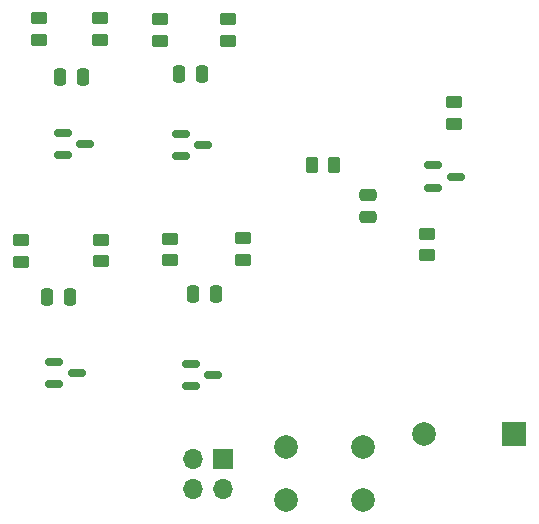
<source format=gbr>
%TF.GenerationSoftware,KiCad,Pcbnew,8.0.1*%
%TF.CreationDate,2024-04-22T22:36:19-04:00*%
%TF.ProjectId,analogBirdSAO,616e616c-6f67-4426-9972-6453414f2e6b,rev?*%
%TF.SameCoordinates,Original*%
%TF.FileFunction,Soldermask,Top*%
%TF.FilePolarity,Negative*%
%FSLAX46Y46*%
G04 Gerber Fmt 4.6, Leading zero omitted, Abs format (unit mm)*
G04 Created by KiCad (PCBNEW 8.0.1) date 2024-04-22 22:36:19*
%MOMM*%
%LPD*%
G01*
G04 APERTURE LIST*
G04 Aperture macros list*
%AMRoundRect*
0 Rectangle with rounded corners*
0 $1 Rounding radius*
0 $2 $3 $4 $5 $6 $7 $8 $9 X,Y pos of 4 corners*
0 Add a 4 corners polygon primitive as box body*
4,1,4,$2,$3,$4,$5,$6,$7,$8,$9,$2,$3,0*
0 Add four circle primitives for the rounded corners*
1,1,$1+$1,$2,$3*
1,1,$1+$1,$4,$5*
1,1,$1+$1,$6,$7*
1,1,$1+$1,$8,$9*
0 Add four rect primitives between the rounded corners*
20,1,$1+$1,$2,$3,$4,$5,0*
20,1,$1+$1,$4,$5,$6,$7,0*
20,1,$1+$1,$6,$7,$8,$9,0*
20,1,$1+$1,$8,$9,$2,$3,0*%
G04 Aperture macros list end*
%ADD10RoundRect,0.250000X-0.250000X-0.475000X0.250000X-0.475000X0.250000X0.475000X-0.250000X0.475000X0*%
%ADD11RoundRect,0.250000X0.262500X0.450000X-0.262500X0.450000X-0.262500X-0.450000X0.262500X-0.450000X0*%
%ADD12RoundRect,0.250000X-0.450000X0.262500X-0.450000X-0.262500X0.450000X-0.262500X0.450000X0.262500X0*%
%ADD13RoundRect,0.150000X-0.587500X-0.150000X0.587500X-0.150000X0.587500X0.150000X-0.587500X0.150000X0*%
%ADD14R,1.700000X1.700000*%
%ADD15O,1.700000X1.700000*%
%ADD16RoundRect,0.250000X0.450000X-0.262500X0.450000X0.262500X-0.450000X0.262500X-0.450000X-0.262500X0*%
%ADD17RoundRect,0.250000X0.475000X-0.250000X0.475000X0.250000X-0.475000X0.250000X-0.475000X-0.250000X0*%
%ADD18C,2.000000*%
%ADD19R,2.000000X2.000000*%
G04 APERTURE END LIST*
D10*
%TO.C,C1*%
X74181250Y-82800000D03*
X76081250Y-82800000D03*
%TD*%
D11*
%TO.C,R11*%
X97362500Y-90250000D03*
X95537500Y-90250000D03*
%TD*%
D12*
%TO.C,R8*%
X77581250Y-77787500D03*
X77581250Y-79612500D03*
%TD*%
%TO.C,R1*%
X72381250Y-77787500D03*
X72381250Y-79612500D03*
%TD*%
D13*
%TO.C,Q2*%
X73700000Y-106900000D03*
X73700000Y-108800000D03*
X75575000Y-107850000D03*
%TD*%
%TO.C,Q3*%
X84406250Y-87612500D03*
X84406250Y-89512500D03*
X86281250Y-88562500D03*
%TD*%
D10*
%TO.C,C2*%
X84281250Y-82562500D03*
X86181250Y-82562500D03*
%TD*%
D13*
%TO.C,Q1*%
X74393750Y-87512500D03*
X74393750Y-89412500D03*
X76268750Y-88462500D03*
%TD*%
D10*
%TO.C,C3*%
X73100000Y-101450000D03*
X75000000Y-101450000D03*
%TD*%
D12*
%TO.C,R7*%
X82631250Y-77887500D03*
X82631250Y-79712500D03*
%TD*%
D10*
%TO.C,C4*%
X85450000Y-101150000D03*
X87350000Y-101150000D03*
%TD*%
D14*
%TO.C,J1*%
X87975000Y-115160000D03*
D15*
X87975000Y-117700000D03*
X85435000Y-115160000D03*
X85435000Y-117700000D03*
%TD*%
D16*
%TO.C,R9*%
X107512500Y-86725000D03*
X107512500Y-84900000D03*
%TD*%
D12*
%TO.C,R5*%
X83450000Y-96487500D03*
X83450000Y-98312500D03*
%TD*%
D16*
%TO.C,R10*%
X105237500Y-97900000D03*
X105237500Y-96075000D03*
%TD*%
D13*
%TO.C,Q4*%
X85262500Y-107050000D03*
X85262500Y-108950000D03*
X87137500Y-108000000D03*
%TD*%
D17*
%TO.C,C5*%
X100237500Y-94650000D03*
X100237500Y-92750000D03*
%TD*%
D12*
%TO.C,R3*%
X70875000Y-96625000D03*
X70875000Y-98450000D03*
%TD*%
%TO.C,R6*%
X77650000Y-96575000D03*
X77650000Y-98400000D03*
%TD*%
%TO.C,R2*%
X88431250Y-77887500D03*
X88431250Y-79712500D03*
%TD*%
D13*
%TO.C,Q5*%
X105787500Y-90275000D03*
X105787500Y-92175000D03*
X107662500Y-91225000D03*
%TD*%
D12*
%TO.C,R4*%
X89650000Y-96425000D03*
X89650000Y-98250000D03*
%TD*%
D18*
%TO.C,SW1*%
X93300000Y-118575000D03*
X99800000Y-118575000D03*
X93300000Y-114075000D03*
X99800000Y-114075000D03*
%TD*%
D19*
%TO.C,BZ1*%
X112625000Y-113000000D03*
D18*
X105025000Y-113000000D03*
%TD*%
M02*

</source>
